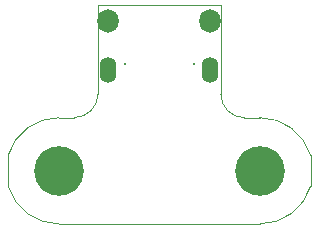
<source format=gbs>
G04*
G04 #@! TF.GenerationSoftware,Altium Limited,Altium Designer,21.3.2 (30)*
G04*
G04 Layer_Color=16711935*
%FSLAX43Y43*%
%MOMM*%
G71*
G04*
G04 #@! TF.SameCoordinates,18D36F19-11BE-4002-80CD-DBD72E8668B0*
G04*
G04*
G04 #@! TF.FilePolarity,Negative*
G04*
G01*
G75*
%ADD11C,0.100*%
%ADD22C,4.200*%
%ADD23O,1.400X2.200*%
%ADD24O,1.800X2.000*%
%ADD25C,0.200*%
D11*
X102500Y110500D02*
G03*
X98200Y107327I0J-4500D01*
G01*
X119500Y101500D02*
G03*
X123800Y104673I0J4500D01*
G01*
Y107327D02*
G03*
X119500Y110500I-4300J-1327D01*
G01*
X98200Y104673D02*
G03*
X102500Y101500I4300J1327D01*
G01*
X116200Y112500D02*
G03*
X118200Y110500I2000J0D01*
G01*
X103800D02*
G03*
X105800Y112500I0J2000D01*
G01*
X118200Y110500D02*
X119500D01*
X123800Y104673D02*
Y107327D01*
X102500Y110500D02*
X103800D01*
X116200Y112500D02*
Y120000D01*
X102500Y101500D02*
X119500D01*
X98200Y104673D02*
Y107327D01*
X105800Y112500D02*
Y120000D01*
X116200D01*
D22*
X119500Y106000D02*
D03*
X102500D02*
D03*
D23*
X106680Y114515D02*
D03*
X115320D02*
D03*
D24*
Y118695D02*
D03*
X106680D02*
D03*
D25*
X108110Y115045D02*
D03*
X113890D02*
D03*
M02*

</source>
